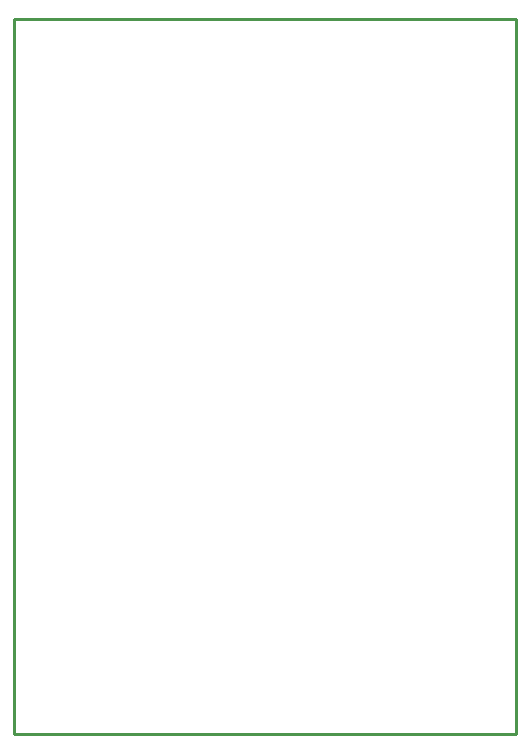
<source format=gbr>
G04 EAGLE Gerber RS-274X export*
G75*
%MOMM*%
%FSLAX34Y34*%
%LPD*%
%IN*%
%IPPOS*%
%AMOC8*
5,1,8,0,0,1.08239X$1,22.5*%
G01*
%ADD10C,0.254000*%


D10*
X220000Y195000D02*
X645000Y195000D01*
X645000Y800000D01*
X220000Y800000D01*
X220000Y195000D01*
M02*

</source>
